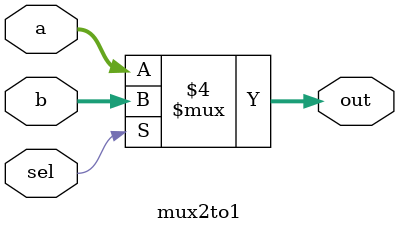
<source format=v>
`timescale 1ns / 1ps


module mux2to1 (
  input [7:0] a,
  input [7:0] b,
  input sel,
  output reg [7:0] out
);

always @* begin
  if (sel == 1'b0) begin
    out = a; end 
  else begin
    out = b; end
end
endmodule

</source>
